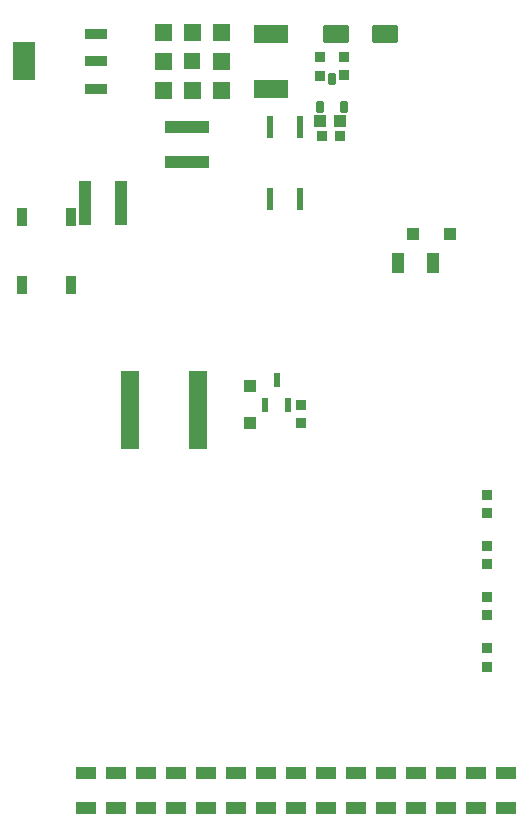
<source format=gbp>
G04*
G04 #@! TF.GenerationSoftware,Altium Limited,Altium Designer,23.0.1 (38)*
G04*
G04 Layer_Color=128*
%FSTAX44Y44*%
%MOMM*%
G71*
G04*
G04 #@! TF.SameCoordinates,819F8F0F-2E7A-4D06-A50E-73C9B09E9D71*
G04*
G04*
G04 #@! TF.FilePolarity,Positive*
G04*
G01*
G75*
%ADD17R,1.8000X1.0000*%
%ADD35R,3.0000X1.6000*%
%ADD36R,0.6000X1.2300*%
G04:AMPARAMS|DCode=37|XSize=0.65mm|YSize=1mm|CornerRadius=0.0813mm|HoleSize=0mm|Usage=FLASHONLY|Rotation=0.000|XOffset=0mm|YOffset=0mm|HoleType=Round|Shape=RoundedRectangle|*
%AMROUNDEDRECTD37*
21,1,0.6500,0.8375,0,0,0.0*
21,1,0.4875,1.0000,0,0,0.0*
1,1,0.1625,0.2438,-0.4188*
1,1,0.1625,-0.2438,-0.4188*
1,1,0.1625,-0.2438,0.4188*
1,1,0.1625,0.2438,0.4188*
%
%ADD37ROUNDEDRECTD37*%
%ADD38R,1.8600X3.1900*%
%ADD39R,1.8600X0.9000*%
G04:AMPARAMS|DCode=40|XSize=1.93mm|YSize=0.59mm|CornerRadius=0.0738mm|HoleSize=0mm|Usage=FLASHONLY|Rotation=270.000|XOffset=0mm|YOffset=0mm|HoleType=Round|Shape=RoundedRectangle|*
%AMROUNDEDRECTD40*
21,1,1.9300,0.4425,0,0,270.0*
21,1,1.7825,0.5900,0,0,270.0*
1,1,0.1475,-0.2213,-0.8913*
1,1,0.1475,-0.2213,0.8913*
1,1,0.1475,0.2213,0.8913*
1,1,0.1475,0.2213,-0.8913*
%
%ADD40ROUNDEDRECTD40*%
%ADD41R,0.9900X1.1200*%
%ADD42R,1.6200X3.4000*%
%ADD43R,1.1300X1.7700*%
%ADD44R,0.9300X0.8700*%
%ADD45R,1.1000X3.7000*%
G04:AMPARAMS|DCode=46|XSize=2.17mm|YSize=1.57mm|CornerRadius=0.1963mm|HoleSize=0mm|Usage=FLASHONLY|Rotation=0.000|XOffset=0mm|YOffset=0mm|HoleType=Round|Shape=RoundedRectangle|*
%AMROUNDEDRECTD46*
21,1,2.1700,1.1775,0,0,0.0*
21,1,1.7775,1.5700,0,0,0.0*
1,1,0.3925,0.8888,-0.5888*
1,1,0.3925,-0.8888,-0.5888*
1,1,0.3925,-0.8888,0.5888*
1,1,0.3925,0.8888,0.5888*
%
%ADD46ROUNDEDRECTD46*%
%ADD47R,1.1000X1.0000*%
%ADD48R,0.9000X1.5000*%
%ADD49R,1.1200X0.9900*%
%ADD50R,3.7000X1.1000*%
%ADD51R,0.8700X0.9300*%
%ADD62R,1.4100X1.4100*%
G36*
X00186212Y0068049D02*
X00172112D01*
Y0069459D01*
X00186212D01*
Y0068049D01*
D02*
G37*
G36*
X00161612D02*
X00147512D01*
Y0069459D01*
X00161612D01*
Y0068049D01*
D02*
G37*
G36*
X00137012D02*
X00122912D01*
Y0069459D01*
X00137012D01*
Y0068049D01*
D02*
G37*
G36*
X00186212Y0065589D02*
X00172112D01*
Y0066999D01*
X00186212D01*
Y0065589D01*
D02*
G37*
G36*
X00137012D02*
X00122912D01*
Y0066999D01*
X00137012D01*
Y0065589D01*
D02*
G37*
G36*
X00186212Y0063129D02*
X00172112D01*
Y0064539D01*
X00186212D01*
Y0063129D01*
D02*
G37*
G36*
X00161612D02*
X00147512D01*
Y0064539D01*
X00161612D01*
Y0063129D01*
D02*
G37*
G36*
X00137012D02*
X00122912D01*
Y0064539D01*
X00137012D01*
Y0063129D01*
D02*
G37*
D17*
X00419862Y00060706D02*
D03*
Y00030706D02*
D03*
X00394462Y00060706D02*
D03*
Y00030706D02*
D03*
X00369062D02*
D03*
Y00060706D02*
D03*
X00343662D02*
D03*
Y00030706D02*
D03*
X00318262Y00060706D02*
D03*
Y00030706D02*
D03*
X00292862Y00060706D02*
D03*
Y00030706D02*
D03*
X00267462Y00060706D02*
D03*
Y00030706D02*
D03*
X00242062Y00060706D02*
D03*
Y00030706D02*
D03*
X00216662Y00060706D02*
D03*
Y00030706D02*
D03*
X00191262Y00060706D02*
D03*
Y00030706D02*
D03*
X00165862Y00060706D02*
D03*
Y00030706D02*
D03*
X00140462Y00060706D02*
D03*
Y00030706D02*
D03*
X00115062Y00060706D02*
D03*
Y00030706D02*
D03*
X00089662Y00060706D02*
D03*
Y00030706D02*
D03*
X00064262Y00060706D02*
D03*
Y00030706D02*
D03*
D35*
X00221062Y0068594D02*
D03*
Y0063994D02*
D03*
D36*
X00216458Y0037211D02*
D03*
X00235458D02*
D03*
X00225958Y0039331D02*
D03*
D37*
X00272718Y0064827D02*
D03*
X00282918Y0062427D02*
D03*
X00262518D02*
D03*
D38*
X00011668Y0066294D02*
D03*
D39*
X00073168Y0063994D02*
D03*
Y0066294D02*
D03*
Y0068594D02*
D03*
D40*
X00220218Y00607488D02*
D03*
X00245618D02*
D03*
Y00546688D02*
D03*
X00220218D02*
D03*
D41*
X002032Y00356827D02*
D03*
Y00388227D02*
D03*
D42*
X0015906Y00351536D02*
D03*
X001016D02*
D03*
X0015906Y00384048D02*
D03*
X001016D02*
D03*
D43*
X00358362Y00492252D02*
D03*
X00328962D02*
D03*
D44*
X00246126Y0035701D02*
D03*
Y0037211D02*
D03*
X00404368Y0028049D02*
D03*
Y0029609D02*
D03*
X00262518Y00666426D02*
D03*
Y00650826D02*
D03*
X00282918Y00651326D02*
D03*
Y00666426D02*
D03*
X00404368Y0025291D02*
D03*
Y0023731D02*
D03*
Y00150696D02*
D03*
Y00166296D02*
D03*
Y0019413D02*
D03*
Y0020973D02*
D03*
D45*
X00063994Y00542824D02*
D03*
X00093994D02*
D03*
D46*
X00275984Y006858D02*
D03*
X00317284D02*
D03*
D47*
X00262518Y00612822D02*
D03*
X00279518D02*
D03*
D48*
X00051742Y00473686D02*
D03*
X00010742Y00530886D02*
D03*
X00051742D02*
D03*
X00010742Y00473686D02*
D03*
D49*
X00373078Y0051689D02*
D03*
X00341678D02*
D03*
D50*
X00150114Y00607824D02*
D03*
Y00577824D02*
D03*
D51*
X00264418Y00599948D02*
D03*
X00279518D02*
D03*
D62*
X00154562Y0066294D02*
D03*
M02*

</source>
